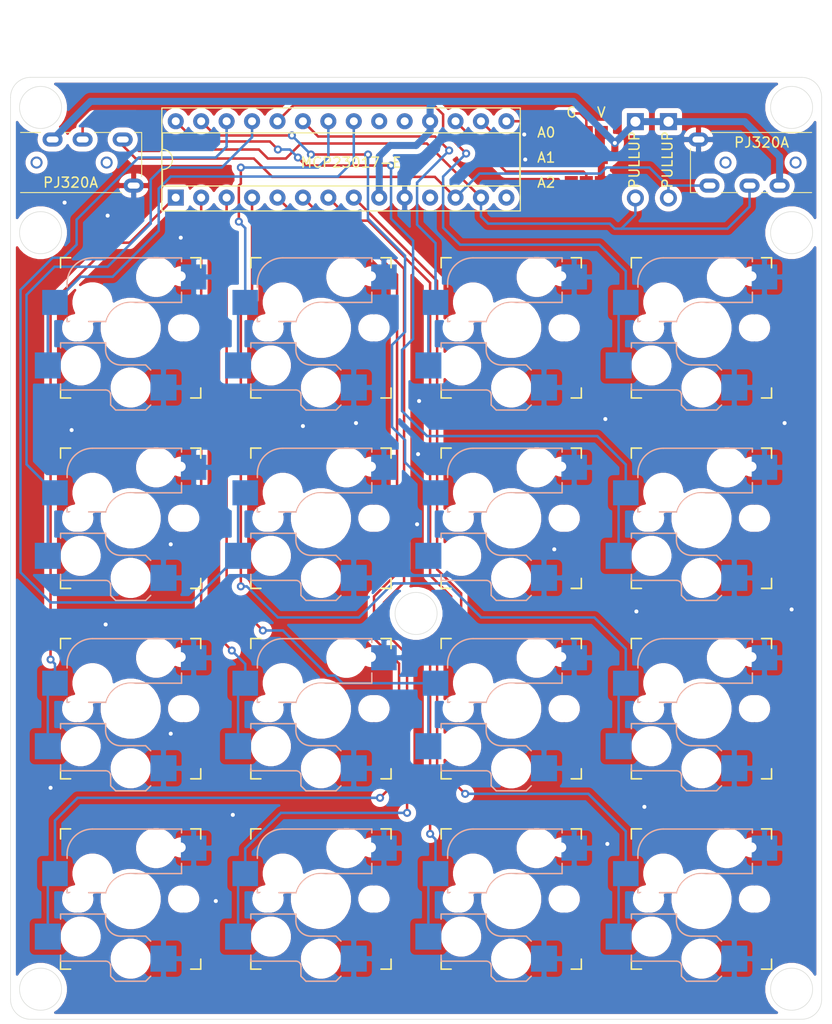
<source format=kicad_pcb>
(kicad_pcb (version 20171130) (host pcbnew "(5.1.6)-1")
  (layers (0 F.Cu signal) (31 B.Cu signal) (34 B.Paste user) (35 F.Paste user) (36 B.SilkS user) (37 F.SilkS user) (38 B.Mask user) (39 F.Mask user) (44 Edge.Cuts user))
  (net 0 "")
  (net 1 VCC)
  (net 2 GND)
  (net 3 KEY1)
  (net 4 KEY2)
  (net 5 KEY3)
  (net 6 KEY4)
  (net 7 KEY5)
  (net 8 KEY6)
  (net 9 SDA)
  (net 10 SCL)
  (net 11 A0)
  (net 12 A1)
  (net 13 A2)
  (net 14 KEY16)
  (net 15 KEY15)
  (net 16 KEY14)
  (net 17 KEY13)
  (net 18 KEY12)
  (net 19 KEY11)
  (net 20 KEY10)
  (net 21 KEY9)
  (net 22 KEY8)
  (net 23 KEY7)
  (module Connector_PinHeader_2.54mm:PinHeader_1x04_P2.54mm_Vertical (layer F.Cu) (at 166.7 43.42)
    (fp_text reference REF** hide)
    (fp_text value PinHeader_1x04_P2.54mm_Vertical)
    (fp_text user PULLUP (at -0.1 3.8 90) (layer F.SilkS))
    (pad 1 thru_hole rect (at 0 0) (size 1.7 1.7) (drill 1) (layers *.Cu *.Mask) (net 1 VCC))
    (pad 2 thru_hole oval (at 0 7.62) (size 1.7 1.7) (drill 1) (layers *.Cu *.Mask) (net 10 SCL))
  )
  (module Connector_PinHeader_2.54mm:PinHeader_1x04_P2.54mm_Vertical (layer F.Cu) (at 163.4 43.42)
    (fp_text reference REF** hide)
    (fp_text value PinHeader_1x04_P2.54mm_Vertical)
    (fp_text user PULLUP (at -0.1 3.8 90) (layer F.SilkS))
    (pad 2 thru_hole oval (at 0 7.62) (size 1.7 1.7) (drill 1) (layers *.Cu *.Mask) (net 9 SDA))
    (pad 1 thru_hole rect (at 0 0) (size 1.7 1.7) (drill 1) (layers *.Cu *.Mask) (net 1 VCC))
  )
  (module SMKJP:CON_PJ320A (layer F.Cu) (at 181 47.5 180)
    (fp_text reference PJ320A (at 5 2) (layer F.SilkS))
    (fp_text value PJ320A)
    (pad "" thru_hole circle (at 8.6 0 180) (size 1.2 1.2) (drill 0.8) (layers *.Cu *.Mask))
    (pad "" thru_hole circle (at 1.6 0 180) (size 1.2 1.2) (drill 0.8) (layers *.Cu *.Mask))
    (pad 4 thru_hole oval (at 11.3 2.3 180) (size 2 1.4) (drill oval 1.2 0.6) (layers *.Cu *.Mask) (net 2 GND))
    (pad 1 thru_hole oval (at 10.2 -2.3 180) (size 2 1.4) (drill oval 1.2 0.6) (layers *.Cu *.Mask) (net 10 SCL))
    (pad 2 thru_hole oval (at 6.2 -2.3 180) (size 2 1.4) (drill oval 1.2 0.6) (layers *.Cu *.Mask) (net 9 SDA))
    (pad 3 thru_hole oval (at 3.2 -2.3 180) (size 2 1.4) (drill oval 1.2 0.6) (layers *.Cu *.Mask) (net 1 VCC))
  )
  (module aaaa:Kailh_socket_V2 (layer F.Cu) (at 170 121)
    (fp_text reference REF** hide)
    (fp_text value Kailh_socket_V2)
    (pad "" np_thru_hole circle (at 5 -5.15) (size 0.9906 0.9906) (drill 0.9906) (layers *.Cu *.Mask))
    (pad 2 smd rect (at -8.275 3.75) (size 2.6 2.6) (layers B.Cu B.Paste B.Mask) (net 14 KEY16))
    (pad "" np_thru_hole circle (at 0 5.95) (size 3 3) (drill 3) (layers *.Cu *.Mask))
    (pad "" np_thru_hole circle (at -5 3.75) (size 3 3) (drill 3) (layers *.Cu *.Mask))
    (pad 1 smd rect (at 3.275 5.95) (size 2.6 2.6) (layers B.Cu B.Paste B.Mask) (net 2 GND))
    (pad "" np_thru_hole circle (at 5.5 0) (size 1.7018 1.7018) (drill 1.7018) (layers *.Cu *.Mask))
    (pad "" np_thru_hole circle (at -5.5 0) (size 1.7018 1.7018) (drill 1.7018) (layers *.Cu *.Mask))
  )
  (module aaaa:Kailh_socket_V2 (layer F.Cu) (at 151 121)
    (fp_text reference REF** hide)
    (fp_text value Kailh_socket_V2)
    (pad "" np_thru_hole circle (at -5.5 0) (size 1.7018 1.7018) (drill 1.7018) (layers *.Cu *.Mask))
    (pad "" np_thru_hole circle (at 5.5 0) (size 1.7018 1.7018) (drill 1.7018) (layers *.Cu *.Mask))
    (pad 1 smd rect (at 3.275 5.95) (size 2.6 2.6) (layers B.Cu B.Paste B.Mask) (net 2 GND))
    (pad "" np_thru_hole circle (at -5 3.75) (size 3 3) (drill 3) (layers *.Cu *.Mask))
    (pad "" np_thru_hole circle (at 0 5.95) (size 3 3) (drill 3) (layers *.Cu *.Mask))
    (pad 2 smd rect (at -8.275 3.75) (size 2.6 2.6) (layers B.Cu B.Paste B.Mask) (net 15 KEY15))
    (pad "" np_thru_hole circle (at 5 -5.15) (size 0.9906 0.9906) (drill 0.9906) (layers *.Cu *.Mask))
  )
  (module aaaa:Kailh_socket_V2 (layer F.Cu) (at 132 121)
    (fp_text reference REF** hide)
    (fp_text value Kailh_socket_V2)
    (pad "" np_thru_hole circle (at 5 -5.15) (size 0.9906 0.9906) (drill 0.9906) (layers *.Cu *.Mask))
    (pad 2 smd rect (at -8.275 3.75) (size 2.6 2.6) (layers B.Cu B.Paste B.Mask) (net 16 KEY14))
    (pad "" np_thru_hole circle (at 0 5.95) (size 3 3) (drill 3) (layers *.Cu *.Mask))
    (pad "" np_thru_hole circle (at -5 3.75) (size 3 3) (drill 3) (layers *.Cu *.Mask))
    (pad 1 smd rect (at 3.275 5.95) (size 2.6 2.6) (layers B.Cu B.Paste B.Mask) (net 2 GND))
    (pad "" np_thru_hole circle (at 5.5 0) (size 1.7018 1.7018) (drill 1.7018) (layers *.Cu *.Mask))
    (pad "" np_thru_hole circle (at -5.5 0) (size 1.7018 1.7018) (drill 1.7018) (layers *.Cu *.Mask))
  )
  (module aaaa:Kailh_socket_V2 (layer F.Cu) (at 113 121)
    (fp_text reference REF** hide)
    (fp_text value Kailh_socket_V2)
    (pad "" np_thru_hole circle (at -5.5 0) (size 1.7018 1.7018) (drill 1.7018) (layers *.Cu *.Mask))
    (pad "" np_thru_hole circle (at 5.5 0) (size 1.7018 1.7018) (drill 1.7018) (layers *.Cu *.Mask))
    (pad 1 smd rect (at 3.275 5.95) (size 2.6 2.6) (layers B.Cu B.Paste B.Mask) (net 2 GND))
    (pad "" np_thru_hole circle (at -5 3.75) (size 3 3) (drill 3) (layers *.Cu *.Mask))
    (pad "" np_thru_hole circle (at 0 5.95) (size 3 3) (drill 3) (layers *.Cu *.Mask))
    (pad 2 smd rect (at -8.275 3.75) (size 2.6 2.6) (layers B.Cu B.Paste B.Mask) (net 17 KEY13))
    (pad "" np_thru_hole circle (at 5 -5.15) (size 0.9906 0.9906) (drill 0.9906) (layers *.Cu *.Mask))
  )
  (module aaaa:Kailh_socket_V2 (layer F.Cu) (at 113 102)
    (fp_text reference REF** hide)
    (fp_text value Kailh_socket_V2)
    (pad "" np_thru_hole circle (at 5 -5.15) (size 0.9906 0.9906) (drill 0.9906) (layers *.Cu *.Mask))
    (pad 2 smd rect (at -8.275 3.75) (size 2.6 2.6) (layers B.Cu B.Paste B.Mask) (net 21 KEY9))
    (pad "" np_thru_hole circle (at 0 5.95) (size 3 3) (drill 3) (layers *.Cu *.Mask))
    (pad "" np_thru_hole circle (at -5 3.75) (size 3 3) (drill 3) (layers *.Cu *.Mask))
    (pad 1 smd rect (at 3.275 5.95) (size 2.6 2.6) (layers B.Cu B.Paste B.Mask) (net 2 GND))
    (pad "" np_thru_hole circle (at 5.5 0) (size 1.7018 1.7018) (drill 1.7018) (layers *.Cu *.Mask))
    (pad "" np_thru_hole circle (at -5.5 0) (size 1.7018 1.7018) (drill 1.7018) (layers *.Cu *.Mask))
  )
  (module aaaa:Kailh_socket_V2 (layer F.Cu) (at 132 102)
    (fp_text reference REF** hide)
    (fp_text value Kailh_socket_V2)
    (pad "" np_thru_hole circle (at -5.5 0) (size 1.7018 1.7018) (drill 1.7018) (layers *.Cu *.Mask))
    (pad "" np_thru_hole circle (at 5.5 0) (size 1.7018 1.7018) (drill 1.7018) (layers *.Cu *.Mask))
    (pad 1 smd rect (at 3.275 5.95) (size 2.6 2.6) (layers B.Cu B.Paste B.Mask) (net 2 GND))
    (pad "" np_thru_hole circle (at -5 3.75) (size 3 3) (drill 3) (layers *.Cu *.Mask))
    (pad "" np_thru_hole circle (at 0 5.95) (size 3 3) (drill 3) (layers *.Cu *.Mask))
    (pad 2 smd rect (at -8.275 3.75) (size 2.6 2.6) (layers B.Cu B.Paste B.Mask) (net 20 KEY10))
    (pad "" np_thru_hole circle (at 5 -5.15) (size 0.9906 0.9906) (drill 0.9906) (layers *.Cu *.Mask))
  )
  (module aaaa:Kailh_socket_V2 (layer F.Cu) (at 151 102)
    (fp_text reference REF** hide)
    (fp_text value Kailh_socket_V2)
    (pad "" np_thru_hole circle (at 5 -5.15) (size 0.9906 0.9906) (drill 0.9906) (layers *.Cu *.Mask))
    (pad 2 smd rect (at -8.275 3.75) (size 2.6 2.6) (layers B.Cu B.Paste B.Mask) (net 19 KEY11))
    (pad "" np_thru_hole circle (at 0 5.95) (size 3 3) (drill 3) (layers *.Cu *.Mask))
    (pad "" np_thru_hole circle (at -5 3.75) (size 3 3) (drill 3) (layers *.Cu *.Mask))
    (pad 1 smd rect (at 3.275 5.95) (size 2.6 2.6) (layers B.Cu B.Paste B.Mask) (net 2 GND))
    (pad "" np_thru_hole circle (at 5.5 0) (size 1.7018 1.7018) (drill 1.7018) (layers *.Cu *.Mask))
    (pad "" np_thru_hole circle (at -5.5 0) (size 1.7018 1.7018) (drill 1.7018) (layers *.Cu *.Mask))
  )
  (module aaaa:Kailh_socket_V2 (layer F.Cu) (at 170 102)
    (fp_text reference REF** hide)
    (fp_text value Kailh_socket_V2)
    (pad "" np_thru_hole circle (at -5.5 0) (size 1.7018 1.7018) (drill 1.7018) (layers *.Cu *.Mask))
    (pad "" np_thru_hole circle (at 5.5 0) (size 1.7018 1.7018) (drill 1.7018) (layers *.Cu *.Mask))
    (pad 1 smd rect (at 3.275 5.95) (size 2.6 2.6) (layers B.Cu B.Paste B.Mask) (net 2 GND))
    (pad "" np_thru_hole circle (at -5 3.75) (size 3 3) (drill 3) (layers *.Cu *.Mask))
    (pad "" np_thru_hole circle (at 0 5.95) (size 3 3) (drill 3) (layers *.Cu *.Mask))
    (pad 2 smd rect (at -8.275 3.75) (size 2.6 2.6) (layers B.Cu B.Paste B.Mask) (net 18 KEY12))
    (pad "" np_thru_hole circle (at 5 -5.15) (size 0.9906 0.9906) (drill 0.9906) (layers *.Cu *.Mask))
  )
  (module aaaa:Kailh_socket_V2 (layer F.Cu) (at 170 83)
    (fp_text reference REF** hide)
    (fp_text value Kailh_socket_V2)
    (pad "" np_thru_hole circle (at 5 -5.15) (size 0.9906 0.9906) (drill 0.9906) (layers *.Cu *.Mask))
    (pad 2 smd rect (at -8.275 3.75) (size 2.6 2.6) (layers B.Cu B.Paste B.Mask) (net 22 KEY8))
    (pad "" np_thru_hole circle (at 0 5.95) (size 3 3) (drill 3) (layers *.Cu *.Mask))
    (pad "" np_thru_hole circle (at -5 3.75) (size 3 3) (drill 3) (layers *.Cu *.Mask))
    (pad 1 smd rect (at 3.275 5.95) (size 2.6 2.6) (layers B.Cu B.Paste B.Mask) (net 2 GND))
    (pad "" np_thru_hole circle (at 5.5 0) (size 1.7018 1.7018) (drill 1.7018) (layers *.Cu *.Mask))
    (pad "" np_thru_hole circle (at -5.5 0) (size 1.7018 1.7018) (drill 1.7018) (layers *.Cu *.Mask))
  )
  (module aaaa:Kailh_socket_V2 (layer F.Cu) (at 151 83)
    (fp_text reference REF** hide)
    (fp_text value Kailh_socket_V2)
    (pad "" np_thru_hole circle (at -5.5 0) (size 1.7018 1.7018) (drill 1.7018) (layers *.Cu *.Mask))
    (pad "" np_thru_hole circle (at 5.5 0) (size 1.7018 1.7018) (drill 1.7018) (layers *.Cu *.Mask))
    (pad 1 smd rect (at 3.275 5.95) (size 2.6 2.6) (layers B.Cu B.Paste B.Mask) (net 2 GND))
    (pad "" np_thru_hole circle (at -5 3.75) (size 3 3) (drill 3) (layers *.Cu *.Mask))
    (pad "" np_thru_hole circle (at 0 5.95) (size 3 3) (drill 3) (layers *.Cu *.Mask))
    (pad 2 smd rect (at -8.275 3.75) (size 2.6 2.6) (layers B.Cu B.Paste B.Mask) (net 23 KEY7))
    (pad "" np_thru_hole circle (at 5 -5.15) (size 0.9906 0.9906) (drill 0.9906) (layers *.Cu *.Mask))
  )
  (module aaaa:Kailh_socket_V2 (layer F.Cu) (at 132 83)
    (fp_text reference REF** hide)
    (fp_text value Kailh_socket_V2)
    (pad "" np_thru_hole circle (at 5 -5.15) (size 0.9906 0.9906) (drill 0.9906) (layers *.Cu *.Mask))
    (pad 2 smd rect (at -8.275 3.75) (size 2.6 2.6) (layers B.Cu B.Paste B.Mask) (net 8 KEY6))
    (pad "" np_thru_hole circle (at 0 5.95) (size 3 3) (drill 3) (layers *.Cu *.Mask))
    (pad "" np_thru_hole circle (at -5 3.75) (size 3 3) (drill 3) (layers *.Cu *.Mask))
    (pad 1 smd rect (at 3.275 5.95) (size 2.6 2.6) (layers B.Cu B.Paste B.Mask) (net 2 GND))
    (pad "" np_thru_hole circle (at 5.5 0) (size 1.7018 1.7018) (drill 1.7018) (layers *.Cu *.Mask))
    (pad "" np_thru_hole circle (at -5.5 0) (size 1.7018 1.7018) (drill 1.7018) (layers *.Cu *.Mask))
  )
  (module aaaa:Kailh_socket_V2 (layer F.Cu) (at 113 83)
    (fp_text reference REF** hide)
    (fp_text value Kailh_socket_V2)
    (pad "" np_thru_hole circle (at -5.5 0) (size 1.7018 1.7018) (drill 1.7018) (layers *.Cu *.Mask))
    (pad "" np_thru_hole circle (at 5.5 0) (size 1.7018 1.7018) (drill 1.7018) (layers *.Cu *.Mask))
    (pad 1 smd rect (at 3.275 5.95) (size 2.6 2.6) (layers B.Cu B.Paste B.Mask) (net 2 GND))
    (pad "" np_thru_hole circle (at -5 3.75) (size 3 3) (drill 3) (layers *.Cu *.Mask))
    (pad "" np_thru_hole circle (at 0 5.95) (size 3 3) (drill 3) (layers *.Cu *.Mask))
    (pad 2 smd rect (at -8.275 3.75) (size 2.6 2.6) (layers B.Cu B.Paste B.Mask) (net 7 KEY5))
    (pad "" np_thru_hole circle (at 5 -5.15) (size 0.9906 0.9906) (drill 0.9906) (layers *.Cu *.Mask))
  )
  (module aaaa:Kailh_socket_MX (layer F.Cu) (at 170 121)
    (fp_text reference J1 hide)
    (fp_text value kailh_hotswap_mx)
    (pad 1 smd rect (at 6.29 -5.08) (size 2.55 2.5) (layers B.Cu B.Paste B.Mask) (net 2 GND))
    (pad "" np_thru_hole circle (at 2.54 -5.08) (size 3 3) (drill 3) (layers *.Cu *.Mask))
    (pad "" np_thru_hole circle (at -3.81 -2.54) (size 3 3) (drill 3) (layers *.Cu *.Mask))
    (pad "" np_thru_hole circle (at 0 0) (size 5 5) (drill 5) (layers *.Cu *.Mask))
    (pad "" np_thru_hole circle (at 5.08 0) (size 1.7018 1.7018) (drill 1.7018) (layers *.Cu *.Mask))
    (pad "" np_thru_hole circle (at -5.08 0) (size 1.7018 1.7018) (drill 1.7018) (layers *.Cu *.Mask))
    (pad 2 smd rect (at -7.56 -2.54) (size 2.55 2.5) (layers B.Cu B.Paste B.Mask) (net 14 KEY16))
  )
  (module aaaa:Kailh_socket_MX (layer F.Cu) (at 170 102)
    (fp_text reference J1 hide)
    (fp_text value kailh_hotswap_mx)
    (pad 2 smd rect (at -7.56 -2.54) (size 2.55 2.5) (layers B.Cu B.Paste B.Mask) (net 18 KEY12))
    (pad "" np_thru_hole circle (at -5.08 0) (size 1.7018 1.7018) (drill 1.7018) (layers *.Cu *.Mask))
    (pad "" np_thru_hole circle (at 5.08 0) (size 1.7018 1.7018) (drill 1.7018) (layers *.Cu *.Mask))
    (pad "" np_thru_hole circle (at 0 0) (size 5 5) (drill 5) (layers *.Cu *.Mask))
    (pad "" np_thru_hole circle (at -3.81 -2.54) (size 3 3) (drill 3) (layers *.Cu *.Mask))
    (pad "" np_thru_hole circle (at 2.54 -5.08) (size 3 3) (drill 3) (layers *.Cu *.Mask))
    (pad 1 smd rect (at 6.29 -5.08) (size 2.55 2.5) (layers B.Cu B.Paste B.Mask) (net 2 GND))
  )
  (module aaaa:Kailh_socket_MX (layer F.Cu) (at 170 83)
    (fp_text reference J1 hide)
    (fp_text value kailh_hotswap_mx)
    (pad 1 smd rect (at 6.29 -5.08) (size 2.55 2.5) (layers B.Cu B.Paste B.Mask) (net 2 GND))
    (pad "" np_thru_hole circle (at 2.54 -5.08) (size 3 3) (drill 3) (layers *.Cu *.Mask))
    (pad "" np_thru_hole circle (at -3.81 -2.54) (size 3 3) (drill 3) (layers *.Cu *.Mask))
    (pad "" np_thru_hole circle (at 0 0) (size 5 5) (drill 5) (layers *.Cu *.Mask))
    (pad "" np_thru_hole circle (at 5.08 0) (size 1.7018 1.7018) (drill 1.7018) (layers *.Cu *.Mask))
    (pad "" np_thru_hole circle (at -5.08 0) (size 1.7018 1.7018) (drill 1.7018) (layers *.Cu *.Mask))
    (pad 2 smd rect (at -7.56 -2.54) (size 2.55 2.5) (layers B.Cu B.Paste B.Mask) (net 22 KEY8))
  )
  (module aaaa:Kailh_socket_MX (layer F.Cu) (at 151 121)
    (fp_text reference J1 hide)
    (fp_text value kailh_hotswap_mx)
    (pad 2 smd rect (at -7.56 -2.54) (size 2.55 2.5) (layers B.Cu B.Paste B.Mask) (net 15 KEY15))
    (pad "" np_thru_hole circle (at -5.08 0) (size 1.7018 1.7018) (drill 1.7018) (layers *.Cu *.Mask))
    (pad "" np_thru_hole circle (at 5.08 0) (size 1.7018 1.7018) (drill 1.7018) (layers *.Cu *.Mask))
    (pad "" np_thru_hole circle (at 0 0) (size 5 5) (drill 5) (layers *.Cu *.Mask))
    (pad "" np_thru_hole circle (at -3.81 -2.54) (size 3 3) (drill 3) (layers *.Cu *.Mask))
    (pad "" np_thru_hole circle (at 2.54 -5.08) (size 3 3) (drill 3) (layers *.Cu *.Mask))
    (pad 1 smd rect (at 6.29 -5.08) (size 2.55 2.5) (layers B.Cu B.Paste B.Mask) (net 2 GND))
  )
  (module aaaa:Kailh_socket_MX (layer F.Cu) (at 151 102)
    (fp_text reference J1 hide)
    (fp_text value kailh_hotswap_mx)
    (pad 1 smd rect (at 6.29 -5.08) (size 2.55 2.5) (layers B.Cu B.Paste B.Mask) (net 2 GND))
    (pad "" np_thru_hole circle (at 2.54 -5.08) (size 3 3) (drill 3) (layers *.Cu *.Mask))
    (pad "" np_thru_hole circle (at -3.81 -2.54) (size 3 3) (drill 3) (layers *.Cu *.Mask))
    (pad "" np_thru_hole circle (at 0 0) (size 5 5) (drill 5) (layers *.Cu *.Mask))
    (pad "" np_thru_hole circle (at 5.08 0) (size 1.7018 1.7018) (drill 1.7018) (layers *.Cu *.Mask))
    (pad "" np_thru_hole circle (at -5.08 0) (size 1.7018 1.7018) (drill 1.7018) (layers *.Cu *.Mask))
    (pad 2 smd rect (at -7.56 -2.54) (size 2.55 2.5) (layers B.Cu B.Paste B.Mask) (net 19 KEY11))
  )
  (module aaaa:Kailh_socket_MX (layer F.Cu) (at 151 83)
    (fp_text reference J1 hide)
    (fp_text value kailh_hotswap_mx)
    (pad 2 smd rect (at -7.56 -2.54) (size 2.55 2.5) (layers B.Cu B.Paste B.Mask) (net 23 KEY7))
    (pad "" np_thru_hole circle (at -5.08 0) (size 1.7018 1.7018) (drill 1.7018) (layers *.Cu *.Mask))
    (pad "" np_thru_hole circle (at 5.08 0) (size 1.7018 1.7018) (drill 1.7018) (layers *.Cu *.Mask))
    (pad "" np_thru_hole circle (at 0 0) (size 5 5) (drill 5) (layers *.Cu *.Mask))
    (pad "" np_thru_hole circle (at -3.81 -2.54) (size 3 3) (drill 3) (layers *.Cu *.Mask))
    (pad "" np_thru_hole circle (at 2.54 -5.08) (size 3 3) (drill 3) (layers *.Cu *.Mask))
    (pad 1 smd rect (at 6.29 -5.08) (size 2.55 2.5) (layers B.Cu B.Paste B.Mask) (net 2 GND))
  )
  (module aaaa:Kailh_socket_MX (layer F.Cu) (at 113 121)
    (fp_text reference J1 hide)
    (fp_text value kailh_hotswap_mx)
    (pad 1 smd rect (at 6.29 -5.08) (size 2.55 2.5) (layers B.Cu B.Paste B.Mask) (net 2 GND))
    (pad "" np_thru_hole circle (at 2.54 -5.08) (size 3 3) (drill 3) (layers *.Cu *.Mask))
    (pad "" np_thru_hole circle (at -3.81 -2.54) (size 3 3) (drill 3) (layers *.Cu *.Mask))
    (pad "" np_thru_hole circle (at 0 0) (size 5 5) (drill 5) (layers *.Cu *.Mask))
    (pad "" np_thru_hole circle (at 5.08 0) (size 1.7018 1.7018) (drill 1.7018) (layers *.Cu *.Mask))
    (pad "" np_thru_hole circle (at -5.08 0) (size 1.7018 1.7018) (drill 1.7018) (layers *.Cu *.Mask))
    (pad 2 smd rect (at -7.56 -2.54) (size 2.55 2.5) (layers B.Cu B.Paste B.Mask) (net 17 KEY13))
  )
  (module aaaa:Kailh_socket_MX (layer F.Cu) (at 113 102)
    (fp_text reference J1 hide)
    (fp_text value kailh_hotswap_mx)
    (pad 2 smd rect (at -7.56 -2.54) (size 2.55 2.5) (layers B.Cu B.Paste B.Mask) (net 21 KEY9))
    (pad "" np_thru_hole circle (at -5.08 0) (size 1.7018 1.7018) (drill 1.7018) (layers *.Cu *.Mask))
    (pad "" np_thru_hole circle (at 5.08 0) (size 1.7018 1.7018) (drill 1.7018) (layers *.Cu *.Mask))
    (pad "" np_thru_hole circle (at 0 0) (size 5 5) (drill 5) (layers *.Cu *.Mask))
    (pad "" np_thru_hole circle (at -3.81 -2.54) (size 3 3) (drill 3) (layers *.Cu *.Mask))
    (pad "" np_thru_hole circle (at 2.54 -5.08) (size 3 3) (drill 3) (layers *.Cu *.Mask))
    (pad 1 smd rect (at 6.29 -5.08) (size 2.55 2.5) (layers B.Cu B.Paste B.Mask) (net 2 GND))
  )
  (module aaaa:Kailh_socket_MX (layer F.Cu) (at 113 83)
    (fp_text reference J1 hide)
    (fp_text value kailh_hotswap_mx)
    (pad 1 smd rect (at 6.29 -5.08) (size 2.55 2.5) (layers B.Cu B.Paste B.Mask) (net 2 GND))
    (pad "" np_thru_hole circle (at 2.54 -5.08) (size 3 3) (drill 3) (layers *.Cu *.Mask))
    (pad "" np_thru_hole circle (at -3.81 -2.54) (size 3 3) (drill 3) (layers *.Cu *.Mask))
    (pad "" np_thru_hole circle (at 0 0) (size 5 5) (drill 5) (layers *.Cu *.Mask))
    (pad "" np_thru_hole circle (at 5.08 0) (size 1.7018 1.7018) (drill 1.7018) (layers *.Cu *.Mask))
    (pad "" np_thru_hole circle (at -5.08 0) (size 1.7018 1.7018) (drill 1.7018) (layers *.Cu *.Mask))
    (pad 2 smd rect (at -7.56 -2.54) (size 2.55 2.5) (layers B.Cu B.Paste B.Mask) (net 7 KEY5))
  )
  (module aaaa:Kailh_socket_MX (layer F.Cu) (at 132 121)
    (fp_text reference J1 hide)
    (fp_text value kailh_hotswap_mx)
    (pad 2 smd rect (at -7.56 -2.54) (size 2.55 2.5) (layers B.Cu B.Paste B.Mask) (net 16 KEY14))
    (pad "" np_thru_hole circle (at -5.08 0) (size 1.7018 1.7018) (drill 1.7018) (layers *.Cu *.Mask))
    (pad "" np_thru_hole circle (at 5.08 0) (size 1.7018 1.7018) (drill 1.7018) (layers *.Cu *.Mask))
    (pad "" np_thru_hole circle (at 0 0) (size 5 5) (drill 5) (layers *.Cu *.Mask))
    (pad "" np_thru_hole circle (at -3.81 -2.54) (size 3 3) (drill 3) (layers *.Cu *.Mask))
    (pad "" np_thru_hole circle (at 2.54 -5.08) (size 3 3) (drill 3) (layers *.Cu *.Mask))
    (pad 1 smd rect (at 6.29 -5.08) (size 2.55 2.5) (layers B.Cu B.Paste B.Mask) (net 2 GND))
  )
  (module aaaa:Kailh_socket_MX (layer F.Cu) (at 132 102)
    (fp_text reference J1 hide)
    (fp_text value kailh_hotswap_mx)
    (pad 1 smd rect (at 6.29 -5.08) (size 2.55 2.5) (layers B.Cu B.Paste B.Mask) (net 2 GND))
    (pad "" np_thru_hole circle (at 2.54 -5.08) (size 3 3) (drill 3) (layers *.Cu *.Mask))
    (pad "" np_thru_hole circle (at -3.81 -2.54) (size 3 3) (drill 3) (layers *.Cu *.Mask))
    (pad "" np_thru_hole circle (at 0 0) (size 5 5) (drill 5) (layers *.Cu *.Mask))
    (pad "" np_thru_hole circle (at 5.08 0) (size 1.7018 1.7018) (drill 1.7018) (layers *.Cu *.Mask))
    (pad "" np_thru_hole circle (at -5.08 0) (size 1.7018 1.7018) (drill 1.7018) (layers *.Cu *.Mask))
    (pad 2 smd rect (at -7.56 -2.54) (size 2.55 2.5) (layers B.Cu B.Paste B.Mask) (net 20 KEY10))
  )
  (module aaaa:Kailh_socket_MX (layer F.Cu) (at 132 83)
    (fp_text reference J1 hide)
    (fp_text value kailh_hotswap_mx)
    (pad 2 smd rect (at -7.56 -2.54) (size 2.55 2.5) (layers B.Cu B.Paste B.Mask) (net 8 KEY6))
    (pad "" np_thru_hole circle (at -5.08 0) (size 1.7018 1.7018) (drill 1.7018) (layers *.Cu *.Mask))
    (pad "" np_thru_hole circle (at 5.08 0) (size 1.7018 1.7018) (drill 1.7018) (layers *.Cu *.Mask))
    (pad "" np_thru_hole circle (at 0 0) (size 5 5) (drill 5) (layers *.Cu *.Mask))
    (pad "" np_thru_hole circle (at -3.81 -2.54) (size 3 3) (drill 3) (layers *.Cu *.Mask))
    (pad "" np_thru_hole circle (at 2.54 -5.08) (size 3 3) (drill 3) (layers *.Cu *.Mask))
    (pad 1 smd rect (at 6.29 -5.08) (size 2.55 2.5) (layers B.Cu B.Paste B.Mask) (net 2 GND))
  )
  (module aaaa:Kailh_socket_V2 (layer F.Cu) (at 170 64)
    (fp_text reference REF** hide)
    (fp_text value Kailh_socket_V2)
    (pad "" np_thru_hole circle (at -5.5 0) (size 1.7018 1.7018) (drill 1.7018) (layers *.Cu *.Mask))
    (pad "" np_thru_hole circle (at 5.5 0) (size 1.7018 1.7018) (drill 1.7018) (layers *.Cu *.Mask))
    (pad 1 smd rect (at 3.275 5.95) (size 2.6 2.6) (layers B.Cu B.Paste B.Mask) (net 2 GND))
    (pad "" np_thru_hole circle (at -5 3.75) (size 3 3) (drill 3) (layers *.Cu *.Mask))
    (pad "" np_thru_hole circle (at 0 5.95) (size 3 3) (drill 3) (layers *.Cu *.Mask))
    (pad 2 smd rect (at -8.275 3.75) (size 2.6 2.6) (layers B.Cu B.Paste B.Mask) (net 6 KEY4))
    (pad "" np_thru_hole circle (at 5 -5.15) (size 0.9906 0.9906) (drill 0.9906) (layers *.Cu *.Mask))
  )
  (module aaaa:Kailh_socket_V2 (layer F.Cu) (at 151 64)
    (fp_text reference REF** hide)
    (fp_text value Kailh_socket_V2)
    (pad "" np_thru_hole circle (at 5 -5.15) (size 0.9906 0.9906) (drill 0.9906) (layers *.Cu *.Mask))
    (pad 2 smd rect (at -8.275 3.75) (size 2.6 2.6) (layers B.Cu B.Paste B.Mask) (net 5 KEY3))
    (pad "" np_thru_hole circle (at 0 5.95) (size 3 3) (drill 3) (layers *.Cu *.Mask))
    (pad "" np_thru_hole circle (at -5 3.75) (size 3 3) (drill 3) (layers *.Cu *.Mask))
    (pad 1 smd rect (at 3.275 5.95) (size 2.6 2.6) (layers B.Cu B.Paste B.Mask) (net 2 GND))
    (pad "" np_thru_hole circle (at 5.5 0) (size 1.7018 1.7018) (drill 1.7018) (layers *.Cu *.Mask))
    (pad "" np_thru_hole circle (at -5.5 0) (size 1.7018 1.7018) (drill 1.7018) (layers *.Cu *.Mask))
  )
  (module aaaa:Kailh_socket_V2 (layer F.Cu) (at 132 64)
    (fp_text reference REF** hide)
    (fp_text value Kailh_socket_V2)
    (pad "" np_thru_hole circle (at -5.5 0) (size 1.7018 1.7018) (drill 1.7018) (layers *.Cu *.Mask))
    (pad "" np_thru_hole circle (at 5.5 0) (size 1.7018 1.7018) (drill 1.7018) (layers *.Cu *.Mask))
    (pad 1 smd rect (at 3.275 5.95) (size 2.6 2.6) (layers B.Cu B.Paste B.Mask) (net 2 GND))
    (pad "" np_thru_hole circle (at -5 3.75) (size 3 3) (drill 3) (layers *.Cu *.Mask))
    (pad "" np_thru_hole circle (at 0 5.95) (size 3 3) (drill 3) (layers *.Cu *.Mask))
    (pad 2 smd rect (at -8.275 3.75) (size 2.6 2.6) (layers B.Cu B.Paste B.Mask) (net 4 KEY2))
    (pad "" np_thru_hole circle (at 5 -5.15) (size 0.9906 0.9906) (drill 0.9906) (layers *.Cu *.Mask))
  )
  (module aaaa:Kailh_socket_MX (layer F.Cu) (at 170 64)
    (fp_text reference J1 hide)
    (fp_text value kailh_hotswap_mx)
    (pad 2 smd rect (at -7.56 -2.54) (size 2.55 2.5) (layers B.Cu B.Paste B.Mask) (net 6 KEY4))
    (pad "" np_thru_hole circle (at -5.08 0) (size 1.7018 1.7018) (drill 1.7018) (layers *.Cu *.Mask))
    (pad "" np_thru_hole circle (at 5.08 0) (size 1.7018 1.7018) (drill 1.7018) (layers *.Cu *.Mask))
    (pad "" np_thru_hole circle (at 0 0) (size 5 5) (drill 5) (layers *.Cu *.Mask))
    (pad "" np_thru_hole circle (at -3.81 -2.54) (size 3 3) (drill 3) (layers *.Cu *.Mask))
    (pad "" np_thru_hole circle (at 2.54 -5.08) (size 3 3) (drill 3) (layers *.Cu *.Mask))
    (pad 1 smd rect (at 6.29 -5.08) (size 2.55 2.5) (layers B.Cu B.Paste B.Mask) (net 2 GND))
  )
  (module aaaa:Kailh_socket_MX (layer F.Cu) (at 151 64)
    (fp_text reference J1 hide)
    (fp_text value kailh_hotswap_mx)
    (pad 1 smd rect (at 6.29 -5.08) (size 2.55 2.5) (layers B.Cu B.Paste B.Mask) (net 2 GND))
    (pad "" np_thru_hole circle (at 2.54 -5.08) (size 3 3) (drill 3) (layers *.Cu *.Mask))
    (pad "" np_thru_hole circle (at -3.81 -2.54) (size 3 3) (drill 3) (layers *.Cu *.Mask))
    (pad "" np_thru_hole circle (at 0 0) (size 5 5) (drill 5) (layers *.Cu *.Mask))
    (pad "" np_thru_hole circle (at 5.08 0) (size 1.7018 1.7018) (drill 1.7018) (layers *.Cu *.Mask))
    (pad "" np_thru_hole circle (at -5.08 0) (size 1.7018 1.7018) (drill 1.7018) (layers *.Cu *.Mask))
    (pad 2 smd rect (at -7.56 -2.54) (size 2.55 2.5) (layers B.Cu B.Paste B.Mask) (net 5 KEY3))
  )
  (module aaaa:Kailh_socket_MX (layer F.Cu) (at 132 64)
    (fp_text reference J1 hide)
    (fp_text value kailh_hotswap_mx)
    (pad 2 smd rect (at -7.56 -2.54) (size 2.55 2.5) (layers B.Cu B.Paste B.Mask) (net 4 KEY2))
    (pad "" np_thru_hole circle (at -5.08 0) (size 1.7018 1.7018) (drill 1.7018) (layers *.Cu *.Mask))
    (pad "" np_thru_hole circle (at 5.08 0) (size 1.7018 1.7018) (drill 1.7018) (layers *.Cu *.Mask))
    (pad "" np_thru_hole circle (at 0 0) (size 5 5) (drill 5) (layers *.Cu *.Mask))
    (pad "" np_thru_hole circle (at -3.81 -2.54) (size 3 3) (drill 3) (layers *.Cu *.Mask))
    (pad "" np_thru_hole circle (at 2.54 -5.08) (size 3 3) (drill 3) (layers *.Cu *.Mask))
    (pad 1 smd rect (at 6.29 -5.08) (size 2.55 2.5) (layers B.Cu B.Paste B.Mask) (net 2 GND))
  )
  (module aaaa:Kailh_socket_V2 (layer F.Cu) (at 113 64)
    (fp_text reference REF** hide)
    (fp_text value Kailh_socket_V2)
    (pad "" np_thru_hole circle (at 5 -5.15) (size 0.9906 0.9906) (drill 0.9906) (layers *.Cu *.Mask))
    (pad 2 smd rect (at -8.275 3.75) (size 2.6 2.6) (layers B.Cu B.Paste B.Mask) (net 3 KEY1))
    (pad "" np_thru_hole circle (at 0 5.95) (size 3 3) (drill 3) (layers *.Cu *.Mask))
    (pad "" np_thru_hole circle (at -5 3.75) (size 3 3) (drill 3) (layers *.Cu *.Mask))
    (pad 1 smd rect (at 3.275 5.95) (size 2.6 2.6) (layers B.Cu B.Paste B.Mask) (net 2 GND))
    (pad "" np_thru_hole circle (at 5.5 0) (size 1.7018 1.7018) (drill 1.7018) (layers *.Cu *.Mask))
    (pad "" np_thru_hole circle (at -5.5 0) (size 1.7018 1.7018) (drill 1.7018) (layers *.Cu *.Mask))
  )
  (module Connector_PinHeader_2.54mm:PinHeader_1x04_P2.54mm_Vertical (layer F.Cu) (at 157 44.5 90)
    (fp_text reference REF** hide)
    (fp_text value PinHeader_1x04_P2.54mm_Vertical)
    (pad 1 smd rect (at 0 0 90) (size 1.3 1.3) (layers F.Cu F.Paste F.Mask) (net 2 GND))
    (pad 2 smd rect (at 0 1.5 90) (size 1.3 1.3) (layers F.Cu F.Paste F.Mask) (net 11 A0))
    (pad 3 smd rect (at 0 3 90) (size 1.3 1.3) (layers F.Cu F.Paste F.Mask) (net 1 VCC))
  )
  (module Connector_PinHeader_2.54mm:PinHeader_1x04_P2.54mm_Vertical (layer F.Cu) (at 157 47 90)
    (fp_text reference REF** hide)
    (fp_text value PinHeader_1x04_P2.54mm_Vertical)
    (pad 3 smd rect (at 0 3 90) (size 1.3 1.3) (layers F.Cu F.Paste F.Mask) (net 1 VCC))
    (pad 2 smd rect (at 0 1.5 90) (size 1.3 1.3) (layers F.Cu F.Paste F.Mask) (net 12 A1))
    (pad 1 smd rect (at 0 0 90) (size 1.3 1.3) (layers F.Cu F.Paste F.Mask) (net 2 GND))
  )
  (module Connector_PinHeader_2.54mm:PinHeader_1x04_P2.54mm_Vertical (layer F.Cu) (at 157 49.5 90)
    (fp_text reference REF** hide)
    (fp_text value PinHeader_1x04_P2.54mm_Vertical)
    (pad 1 smd rect (at 0 0 90) (size 1.3 1.3) (layers F.Cu F.Paste F.Mask) (net 2 GND))
    (pad 2 smd rect (at 0 1.5 90) (size 1.3 1.3) (layers F.Cu F.Paste F.Mask) (net 13 A2))
    (pad 3 smd rect (at 0 3 90) (size 1.3 1.3) (layers F.Cu F.Paste F.Mask) (net 1 VCC))
  )
  (module SMKJP:CON_PJ320A (layer F.Cu) (at 102 47.5)
    (fp_text reference PJ320A (at 5 2) (layer F.SilkS))
    (fp_text value PJ320A)
    (pad 3 thru_hole oval (at 3.2 -2.3) (size 2 1.4) (drill oval 1.2 0.6) (layers *.Cu *.Mask) (net 1 VCC))
    (pad 2 thru_hole oval (at 6.2 -2.3) (size 2 1.4) (drill oval 1.2 0.6) (layers *.Cu *.Mask) (net 9 SDA))
    (pad 1 thru_hole oval (at 10.2 -2.3) (size 2 1.4) (drill oval 1.2 0.6) (layers *.Cu *.Mask) (net 10 SCL))
    (pad 4 thru_hole oval (at 11.3 2.3) (size 2 1.4) (drill oval 1.2 0.6) (layers *.Cu *.Mask) (net 2 GND))
    (pad "" thru_hole circle (at 1.6 0) (size 1.2 1.2) (drill 0.8) (layers *.Cu *.Mask))
    (pad "" thru_hole circle (at 8.6 0) (size 1.2 1.2) (drill 0.8) (layers *.Cu *.Mask))
  )
  (module Package_DIP:DIP-28_W7.62mm_Socket (layer F.Cu) (at 117.5 51 90)
    (fp_text reference MCP23017-E (at 3.5 17.5 180) (layer F.SilkS))
    (fp_text value DIP-28_W7.62mm_Socket)
    (pad 28 thru_hole oval (at 7.62 0 90) (size 1.6 1.6) (drill 0.8) (layers *.Cu *.Mask) (net 22 KEY8))
    (pad 14 thru_hole oval (at 0 33.02 90) (size 1.6 1.6) (drill 0.8) (layers *.Cu *.Mask))
    (pad 27 thru_hole oval (at 7.62 2.54 90) (size 1.6 1.6) (drill 0.8) (layers *.Cu *.Mask) (net 23 KEY7))
    (pad 13 thru_hole oval (at 0 30.48 90) (size 1.6 1.6) (drill 0.8) (layers *.Cu *.Mask) (net 9 SDA))
    (pad 26 thru_hole oval (at 7.62 5.08 90) (size 1.6 1.6) (drill 0.8) (layers *.Cu *.Mask) (net 8 KEY6))
    (pad 12 thru_hole oval (at 0 27.94 90) (size 1.6 1.6) (drill 0.8) (layers *.Cu *.Mask) (net 10 SCL))
    (pad 25 thru_hole oval (at 7.62 7.62 90) (size 1.6 1.6) (drill 0.8) (layers *.Cu *.Mask) (net 7 KEY5))
    (pad 11 thru_hole oval (at 0 25.4 90) (size 1.6 1.6) (drill 0.8) (layers *.Cu *.Mask))
    (pad 24 thru_hole oval (at 7.62 10.16 90) (size 1.6 1.6) (drill 0.8) (layers *.Cu *.Mask) (net 6 KEY4))
    (pad 10 thru_hole oval (at 0 22.86 90) (size 1.6 1.6) (drill 0.8) (layers *.Cu *.Mask) (net 2 GND))
    (pad 23 thru_hole oval (at 7.62 12.7 90) (size 1.6 1.6) (drill 0.8) (layers *.Cu *.Mask) (net 5 KEY3))
    (pad 9 thru_hole oval (at 0 20.32 90) (size 1.6 1.6) (drill 0.8) (layers *.Cu *.Mask) (net 1 VCC))
    (pad 22 thru_hole oval (at 7.62 15.24 90) (size 1.6 1.6) (drill 0.8) (layers *.Cu *.Mask) (net 4 KEY2))
    (pad 8 thru_hole oval (at 0 17.78 90) (size 1.6 1.6) (drill 0.8) (layers *.Cu *.Mask) (net 14 KEY16))
    (pad 21 thru_hole oval (at 7.62 17.78 90) (size 1.6 1.6) (drill 0.8) (layers *.Cu *.Mask) (net 3 KEY1))
    (pad 7 thru_hole oval (at 0 15.24 90) (size 1.6 1.6) (drill 0.8) (layers *.Cu *.Mask) (net 15 KEY15))
    (pad 20 thru_hole oval (at 7.62 20.32 90) (size 1.6 1.6) (drill 0.8) (layers *.Cu *.Mask))
    (pad 6 thru_hole oval (at 0 12.7 90) (size 1.6 1.6) (drill 0.8) (layers *.Cu *.Mask) (net 16 KEY14))
    (pad 19 thru_hole oval (at 7.62 22.86 90) (size 1.6 1.6) (drill 0.8) (layers *.Cu *.Mask))
    (pad 5 thru_hole oval (at 0 10.16 90) (size 1.6 1.6) (drill 0.8) (layers *.Cu *.Mask) (net 17 KEY13))
    (pad 18 thru_hole oval (at 7.62 25.4 90) (size 1.6 1.6) (drill 0.8) (layers *.Cu *.Mask) (net 1 VCC))
    (pad 4 thru_hole oval (at 0 7.62 90) (size 1.6 1.6) (drill 0.8) (layers *.Cu *.Mask) (net 18 KEY12))
    (pad 17 thru_hole oval (at 7.62 27.94 90) (size 1.6 1.6) (drill 0.8) (layers *.Cu *.Mask) (net 13 A2))
    (pad 3 thru_hole oval (at 0 5.08 90) (size 1.6 1.6) (drill 0.8) (layers *.Cu *.Mask) (net 19 KEY11))
    (pad 16 thru_hole oval (at 7.62 30.48 90) (size 1.6 1.6) (drill 0.8) (layers *.Cu *.Mask) (net 12 A1))
    (pad 2 thru_hole oval (at 0 2.54 90) (size 1.6 1.6) (drill 0.8) (layers *.Cu *.Mask) (net 20 KEY10))
    (pad 15 thru_hole oval (at 7.62 33.02 90) (size 1.6 1.6) (drill 0.8) (layers *.Cu *.Mask) (net 11 A0))
    (pad 1 thru_hole rect (at 0 0 90) (size 1.6 1.6) (drill 0.8) (layers *.Cu *.Mask) (net 21 KEY9))
  )
  (module aaaa:Kailh_socket_MX (layer F.Cu) (at 113 64)
    (fp_text reference J1 hide)
    (fp_text value kailh_hotswap_mx)
    (pad 1 smd rect (at 6.29 -5.08) (size 2.55 2.5) (layers B.Cu B.Paste B.Mask) (net 2 GND))
    (pad "" np_thru_hole circle (at 2.54 -5.08) (size 3 3) (drill 3) (layers *.Cu *.Mask))
    (pad "" np_thru_hole circle (at -3.81 -2.54) (size 3 3) (drill 3) (layers *.Cu *.Mask))
    (pad "" np_thru_hole circle (at 0 0) (size 5 5) (drill 5) (layers *.Cu *.Mask))
    (pad "" np_thru_hole circle (at 5.08 0) (size 1.7018 1.7018) (drill 1.7018) (layers *.Cu *.Mask))
    (pad "" np_thru_hole circle (at -5.08 0) (size 1.7018 1.7018) (drill 1.7018) (layers *.Cu *.Mask))
    (pad 2 smd rect (at -7.56 -2.54) (size 2.55 2.5) (layers B.Cu B.Paste B.Mask) (net 3 KEY1))
  )
  (gr_text V (at 160 42.5) (layer F.SilkS) (effects (font (size 1 1))))
  (gr_text G (at 157 42.5) (layer F.SilkS) (effects (font (size 1 1))))
  (gr_text A2 (at 154.5 49.5) (layer F.SilkS) (effects (font (size 1 1))))
  (gr_text A1 (at 154.5 47) (layer F.SilkS) (effects (font (size 1 1))))
  (gr_text A0 (at 154.5 44.5) (layer F.SilkS) (effects (font (size 1 1))))
  (gr_arc (start 180 41) (end 182 41) (angle -90) (layer Edge.Cuts) (width 0.05))
  (gr_arc (start 180 131) (end 180 133) (angle -90) (layer Edge.Cuts) (width 0.05))
  (gr_arc (start 103 131) (end 101 131) (angle -90) (layer Edge.Cuts) (width 0.05))
  (gr_arc (start 103 41) (end 103 39) (angle -90) (layer Edge.Cuts) (width 0.05))
  (gr_circle (center 141.5 92.5) (end 143.6 92.5) (layer Edge.Cuts) (width 0.05))
  (gr_circle (center 179 130) (end 181.1 130) (layer Edge.Cuts) (width 0.05))
  (gr_circle (center 104 130) (end 106.1 130) (layer Edge.Cuts) (width 0.05))
  (gr_circle (center 179 54.5) (end 181.1 54.5) (layer Edge.Cuts) (width 0.05))
  (gr_circle (center 179 42) (end 181.1 42) (layer Edge.Cuts) (width 0.05))
  (gr_circle (center 104 54.5) (end 106.1 54.5) (layer Edge.Cuts) (width 0.05))
  (gr_circle (center 104 42) (end 106.1 42) (layer Edge.Cuts) (width 0.05))
  (gr_line (start 103 39) (end 180 39) (layer Edge.Cuts) (width 0.05))
  (gr_line (start 182 131) (end 182 41) (layer Edge.Cuts) (width 0.05))
  (gr_line (start 103 133) (end 180 133) (layer Edge.Cuts) (width 0.05))
  (gr_line (start 101 41) (end 101 131) (layer Edge.Cuts) (width 0.05))
  (segment (start 142.9 43.38) (end 142.9 41.9) (width 0.7) (layer B.Cu) (net 1))
  (segment (start 142.9 41.9) (end 143.4 41.4) (width 0.7) (layer B.Cu) (net 1))
  (segment (start 143.4 41.4) (end 157.2 41.4) (width 0.7) (layer B.Cu) (net 1))
  (segment (start 157.2 41.4) (end 161.35 45.55) (width 0.7) (layer B.Cu) (net 1))
  (segment (start 160 49.5) (end 160 44.5) (width 0.7) (layer F.Cu) (net 1))
  (via (at 161.35 45.55) (size 0.8) (drill 0.4) (layers F.Cu B.Cu) (net 1))
  (segment (start 161.35 45.55) (end 161.35 46.45) (width 0.7) (layer F.Cu) (net 1))
  (segment (start 160.8 47) (end 160 47) (width 0.7) (layer F.Cu) (net 1))
  (segment (start 161.35 46.45) (end 160.8 47) (width 0.7) (layer F.Cu) (net 1))
  (segment (start 137.82 51) (end 137.82 46.88) (width 0.7) (layer B.Cu) (net 1))
  (segment (start 137.82 46.88) (end 138.9 45.8) (width 0.7) (layer B.Cu) (net 1))
  (segment (start 138.9 45.8) (end 141.5 45.8) (width 0.7) (layer B.Cu) (net 1))
  (segment (start 142.9 44.4) (end 142.9 43.38) (width 0.7) (layer B.Cu) (net 1))
  (segment (start 141.5 45.8) (end 142.9 44.4) (width 0.7) (layer B.Cu) (net 1))
  (segment (start 166.7 43.42) (end 163.4 43.42) (width 0.7) (layer B.Cu) (net 1))
  (segment (start 163.4 43.5) (end 161.35 45.55) (width 0.7) (layer B.Cu) (net 1))
  (segment (start 163.4 43.42) (end 163.4 43.5) (width 0.7) (layer B.Cu) (net 1))
  (segment (start 166.7 43.42) (end 174.32 43.42) (width 0.7) (layer B.Cu) (net 1))
  (segment (start 177.8 46.9) (end 177.8 49.8) (width 0.7) (layer B.Cu) (net 1))
  (segment (start 174.32 43.42) (end 177.8 46.9) (width 0.7) (layer B.Cu) (net 1))
  (segment (start 109.9 41.4) (end 143.4 41.4) (width 0.7) (layer B.Cu) (net 1))
  (segment (start 109 41.4) (end 109.9 41.4) (width 0.7) (layer B.Cu) (net 1))
  (segment (start 105.2 45.2) (end 109 41.4) (width 0.7) (layer B.Cu) (net 1))
  (via (at 152.3 44.7) (size 0.8) (drill 0.4) (layers F.Cu B.Cu) (net 2))
  (via (at 152.4 47.2) (size 0.8) (drill 0.4) (layers F.Cu B.Cu) (net 2))
  (via (at 106.4 51.5) (size 0.8) (drill 0.4) (layers F.Cu B.Cu) (net 2))
  (via (at 110.7 52.8) (size 0.8) (drill 0.4) (layers F.Cu B.Cu) (net 2))
  (via (at 118 55) (size 0.8) (drill 0.4) (layers F.Cu B.Cu) (net 2))
  (via (at 107.1 74.2) (size 0.8) (drill 0.4) (layers F.Cu B.Cu) (net 2))
  (via (at 160.4 73.1) (size 0.8) (drill 0.4) (layers F.Cu B.Cu) (net 2))
  (via (at 178.3 73.5) (size 0.8) (drill 0.4) (layers F.Cu B.Cu) (net 2))
  (via (at 179 92.1) (size 0.8) (drill 0.4) (layers F.Cu B.Cu) (net 2))
  (via (at 163.5 92.3) (size 0.8) (drill 0.4) (layers F.Cu B.Cu) (net 2))
  (via (at 164.3 111.8) (size 0.8) (drill 0.4) (layers F.Cu B.Cu) (net 2))
  (via (at 160.6 115.5) (size 0.8) (drill 0.4) (layers F.Cu B.Cu) (net 2))
  (via (at 123.2 112.6) (size 0.8) (drill 0.4) (layers F.Cu B.Cu) (net 2))
  (via (at 121.5 121.2) (size 0.8) (drill 0.4) (layers F.Cu B.Cu) (net 2))
  (via (at 117 104.5) (size 0.8) (drill 0.4) (layers F.Cu B.Cu) (net 2))
  (via (at 105 109.9) (size 0.8) (drill 0.4) (layers F.Cu B.Cu) (net 2))
  (via (at 110.5 93.6) (size 0.8) (drill 0.4) (layers F.Cu B.Cu) (net 2))
  (via (at 117 85.6) (size 0.8) (drill 0.4) (layers F.Cu B.Cu) (net 2))
  (via (at 130.2 73.8) (size 0.8) (drill 0.4) (layers F.Cu B.Cu) (net 2))
  (via (at 135.5 73.5) (size 0.8) (drill 0.4) (layers F.Cu B.Cu) (net 2))
  (via (at 155.3 86.1) (size 0.8) (drill 0.4) (layers F.Cu B.Cu) (net 2))
  (via (at 141.8 71.3) (size 0.8) (drill 0.4) (layers F.Cu B.Cu) (net 2))
  (via (at 141.7 76.6) (size 0.8) (drill 0.4) (layers F.Cu B.Cu) (net 2))
  (via (at 141.6 83.6) (size 0.8) (drill 0.4) (layers F.Cu B.Cu) (net 2))
  (segment (start 104.725 62.175) (end 105.44 61.46) (width 0.25) (layer B.Cu) (net 3))
  (segment (start 104.725 67.75) (end 104.725 62.175) (width 0.25) (layer B.Cu) (net 3))
  (segment (start 135.28 43.38) (end 135.28 47.32) (width 0.25) (layer B.Cu) (net 3))
  (segment (start 135.28 47.32) (end 133.7 48.9) (width 0.25) (layer B.Cu) (net 3))
  (segment (start 133.7 48.9) (end 117 48.9) (width 0.25) (layer B.Cu) (net 3))
  (segment (start 117 48.9) (end 115.8 50.1) (width 0.25) (layer B.Cu) (net 3))
  (segment (start 115.8 50.1) (end 115.8 54.3) (width 0.25) (layer B.Cu) (net 3))
  (segment (start 115.8 54.3) (end 111.2 58.9) (width 0.25) (layer B.Cu) (net 3))
  (segment (start 108 58.9) (end 105.44 61.46) (width 0.25) (layer B.Cu) (net 3))
  (segment (start 111.2 58.9) (end 108 58.9) (width 0.25) (layer B.Cu) (net 3))
  (segment (start 123.725 62.175) (end 124.44 61.46) (width 0.25) (layer B.Cu) (net 4))
  (segment (start 123.725 67.75) (end 123.725 62.175) (width 0.25) (layer B.Cu) (net 4))
  (segment (start 132.74 43.38) (end 132.74 46.96) (width 0.25) (layer B.Cu) (net 4))
  (segment (start 132.74 46.96) (end 131.7 48) (width 0.25) (layer B.Cu) (net 4))
  (segment (start 131.7 48) (end 124 48) (width 0.25) (layer B.Cu) (net 4))
  (segment (start 124 48) (end 123.9 48) (width 0.25) (layer B.Cu) (net 4))
  (via (at 124 48) (size 0.8) (drill 0.4) (layers F.Cu B.Cu) (net 4))
  (segment (start 124 48) (end 124 49.6) (width 0.25) (layer F.Cu) (net 4))
  (segment (start 124 49.6) (end 123.8 49.8) (width 0.25) (layer F.Cu) (net 4))
  (segment (start 123.8 49.8) (end 123.8 53.4) (width 0.25) (layer F.Cu) (net 4))
  (segment (start 123.8 53.4) (end 123.8 53.4) (width 0.25) (layer F.Cu) (net 4))
  (via (at 123.8 53.4) (size 0.8) (drill 0.4) (layers F.Cu B.Cu) (net 4))
  (segment (start 124.44 54.04) (end 123.8 53.4) (width 0.25) (layer B.Cu) (net 4))
  (segment (start 124.44 61.46) (end 124.44 54.04) (width 0.25) (layer B.Cu) (net 4))
  (segment (start 142.725 62.175) (end 143.44 61.46) (width 0.25) (layer B.Cu) (net 5))
  (segment (start 142.725 67.75) (end 142.725 62.175) (width 0.25) (layer B.Cu) (net 5))
  (segment (start 130.2 43.38) (end 131.72 44.9) (width 0.25) (layer F.Cu) (net 5))
  (segment (start 131.72 44.9) (end 143.4 44.9) (width 0.25) (layer F.Cu) (net 5))
  (segment (start 143.4 44.9) (end 144.8 46.3) (width 0.25) (layer F.Cu) (net 5))
  (segment (start 144.8 46.3) (end 144.9 46.4) (width 0.25) (layer F.Cu) (net 5))
  (via (at 144.8 46.3) (size 0.8) (drill 0.4) (layers F.Cu B.Cu) (net 5))
  (segment (start 143.44 61.46) (end 143.44 55.54) (width 0.25) (layer B.Cu) (net 5))
  (segment (start 143.44 55.54) (end 141.6 53.7) (width 0.25) (layer B.Cu) (net 5))
  (segment (start 141.6 49.5) (end 144.8 46.3) (width 0.25) (layer B.Cu) (net 5))
  (segment (start 141.6 53.7) (end 141.6 49.5) (width 0.25) (layer B.Cu) (net 5))
  (segment (start 161.725 62.175) (end 162.44 61.46) (width 0.25) (layer B.Cu) (net 6))
  (segment (start 161.725 67.75) (end 161.725 62.175) (width 0.25) (layer B.Cu) (net 6))
  (segment (start 127.66 43.38) (end 129.24 41.8) (width 0.25) (layer F.Cu) (net 6))
  (segment (start 129.24 41.8) (end 143.3 41.8) (width 0.25) (layer F.Cu) (net 6))
  (segment (start 143.3 41.8) (end 144.2 42.7) (width 0.25) (layer F.Cu) (net 6))
  (segment (start 144.2 42.7) (end 144.2 44.3) (width 0.25) (layer F.Cu) (net 6))
  (segment (start 144.2 44.3) (end 146.5 46.6) (width 0.25) (layer F.Cu) (net 6))
  (segment (start 146.5 46.6) (end 146.5 46.6) (width 0.25) (layer F.Cu) (net 6))
  (via (at 146.5 46.6) (size 0.8) (drill 0.4) (layers F.Cu B.Cu) (net 6))
  (segment (start 162.44 61.46) (end 162.44 58.34) (width 0.25) (layer B.Cu) (net 6))
  (segment (start 159.8 55.7) (end 145.9 55.7) (width 0.25) (layer B.Cu) (net 6))
  (segment (start 144.2 48.9) (end 146.5 46.6) (width 0.25) (layer B.Cu) (net 6))
  (segment (start 145.9 55.7) (end 144.2 54) (width 0.25) (layer B.Cu) (net 6))
  (segment (start 162.44 58.34) (end 159.8 55.7) (width 0.25) (layer B.Cu) (net 6))
  (segment (start 144.2 54) (end 144.2 48.9) (width 0.25) (layer B.Cu) (net 6))
  (segment (start 104.725 81.175) (end 105.44 80.46) (width 0.25) (layer B.Cu) (net 7))
  (segment (start 104.725 86.75) (end 104.725 81.175) (width 0.25) (layer B.Cu) (net 7))
  (segment (start 125.12 44.98) (end 125.12 43.38) (width 0.25) (layer B.Cu) (net 7))
  (segment (start 122.1 48) (end 125.12 44.98) (width 0.25) (layer B.Cu) (net 7))
  (segment (start 116.2 48) (end 122.1 48) (width 0.25) (layer B.Cu) (net 7))
  (segment (start 105.4 57.9) (end 110.7 57.9) (width 0.25) (layer B.Cu) (net 7))
  (segment (start 105.44 80.46) (end 102.6 77.62) (width 0.25) (layer B.Cu) (net 7))
  (segment (start 102.6 77.62) (end 102.6 60.7) (width 0.25) (layer B.Cu) (net 7))
  (segment (start 115 49.2) (end 116.2 48) (width 0.25) (layer B.Cu) (net 7))
  (segment (start 115 53.6) (end 115 49.2) (width 0.25) (layer B.Cu) (net 7))
  (segment (start 102.6 60.7) (end 105.4 57.9) (width 0.25) (layer B.Cu) (net 7))
  (segment (start 110.7 57.9) (end 115 53.6) (width 0.25) (layer B.Cu) (net 7))
  (segment (start 123.725 81.175) (end 124.44 80.46) (width 0.25) (layer B.Cu) (net 8))
  (segment (start 123.725 86.75) (end 123.725 81.175) (width 0.25) (layer B.Cu) (net 8))
  (segment (start 122.58 45.92) (end 122.58 43.38) (width 0.25) (layer B.Cu) (net 8))
  (segment (start 102 60.2) (end 105.2 57) (width 0.25) (layer B.Cu) (net 8))
  (segment (start 123.725 86.75) (end 119.075 91.4) (width 0.25) (layer B.Cu) (net 8))
  (segment (start 102 88.4) (end 102 60.2) (width 0.25) (layer B.Cu) (net 8))
  (segment (start 121.5 47) (end 122.58 45.92) (width 0.25) (layer B.Cu) (net 8))
  (segment (start 119.075 91.4) (end 105 91.4) (width 0.25) (layer B.Cu) (net 8))
  (segment (start 105 91.4) (end 102 88.4) (width 0.25) (layer B.Cu) (net 8))
  (segment (start 105.2 57) (end 106.3 57) (width 0.25) (layer B.Cu) (net 8))
  (segment (start 106.3 57) (end 107.6 55.7) (width 0.25) (layer B.Cu) (net 8))
  (segment (start 107.6 53.2) (end 113.8 47) (width 0.25) (layer B.Cu) (net 8))
  (segment (start 107.6 55.7) (end 107.6 53.2) (width 0.25) (layer B.Cu) (net 8))
  (segment (start 113.8 47) (end 121.5 47) (width 0.25) (layer B.Cu) (net 8))
  (segment (start 108.2 44) (end 108.2 45.2) (width 0.25) (layer F.Cu) (net 9))
  (segment (start 109.3 42.9) (end 108.2 44) (width 0.25) (layer F.Cu) (net 9))
  (segment (start 116.8 46.2) (end 113.5 42.9) (width 0.25) (layer F.Cu) (net 9))
  (segment (start 147.98 51) (end 142.58 45.6) (width 0.25) (layer F.Cu) (net 9))
  (segment (start 113.5 42.9) (end 109.3 42.9) (width 0.25) (layer F.Cu) (net 9))
  (segment (start 142.58 45.6) (end 130 45.6) (width 0.25) (layer F.Cu) (net 9))
  (segment (start 125.8 46.2) (end 116.8 46.2) (width 0.25) (layer F.Cu) (net 9))
  (segment (start 126.7 47.1) (end 125.8 46.2) (width 0.25) (layer F.Cu) (net 9))
  (segment (start 130 45.6) (end 128.5 47.1) (width 0.25) (layer F.Cu) (net 9))
  (segment (start 128.5 47.1) (end 126.7 47.1) (width 0.25) (layer F.Cu) (net 9))
  (segment (start 148.7 53.6) (end 147.98 52.88) (width 0.25) (layer B.Cu) (net 9))
  (segment (start 174.8 51.9) (end 172.6 54.1) (width 0.25) (layer B.Cu) (net 9))
  (segment (start 174.8 49.8) (end 174.8 51.9) (width 0.25) (layer B.Cu) (net 9))
  (segment (start 161.34 54.1) (end 160.84 53.6) (width 0.25) (layer B.Cu) (net 9))
  (segment (start 147.98 52.88) (end 147.98 51) (width 0.25) (layer B.Cu) (net 9))
  (segment (start 160.84 53.6) (end 148.7 53.6) (width 0.25) (layer B.Cu) (net 9))
  (segment (start 163.4 51.04) (end 163.4 52.7) (width 0.25) (layer B.Cu) (net 9))
  (segment (start 163.4 52.7) (end 162 54.1) (width 0.25) (layer B.Cu) (net 9))
  (segment (start 172.6 54.1) (end 162 54.1) (width 0.25) (layer B.Cu) (net 9))
  (segment (start 162 54.1) (end 161.34 54.1) (width 0.25) (layer B.Cu) (net 9))
  (segment (start 166.7 51.04) (end 166.7 49.9) (width 0.25) (layer B.Cu) (net 10))
  (segment (start 145.44 51) (end 143.37 48.93) (width 0.25) (layer F.Cu) (net 10))
  (segment (start 127.13 48.93) (end 125.3 47.1) (width 0.25) (layer F.Cu) (net 10))
  (segment (start 143.37 48.93) (end 127.13 48.93) (width 0.25) (layer F.Cu) (net 10))
  (segment (start 112.2 45.8) (end 113.5 47.1) (width 0.25) (layer F.Cu) (net 10))
  (segment (start 112.2 45.2) (end 112.2 45.8) (width 0.25) (layer F.Cu) (net 10))
  (segment (start 125.3 47.1) (end 113.5 47.1) (width 0.25) (layer F.Cu) (net 10))
  (segment (start 166.6 49.8) (end 165.75 48.95) (width 0.25) (layer B.Cu) (net 10))
  (segment (start 170.8 49.8) (end 166.6 49.8) (width 0.25) (layer B.Cu) (net 10))
  (segment (start 166.7 49.9) (end 165.75 48.95) (width 0.25) (layer B.Cu) (net 10))
  (segment (start 165.75 48.95) (end 164.8 48) (width 0.25) (layer B.Cu) (net 10))
  (segment (start 145.44 51) (end 147.84 48.6) (width 0.25) (layer B.Cu) (net 10))
  (segment (start 159.9 48.6) (end 160.5 48) (width 0.25) (layer B.Cu) (net 10))
  (segment (start 147.84 48.6) (end 159.9 48.6) (width 0.25) (layer B.Cu) (net 10))
  (segment (start 164.8 48) (end 160.5 48) (width 0.25) (layer B.Cu) (net 10))
  (segment (start 150.52 43.38) (end 155.02 43.38) (width 0.25) (layer F.Cu) (net 11))
  (segment (start 155.02 43.38) (end 155.8 42.6) (width 0.25) (layer F.Cu) (net 11))
  (segment (start 155.8 42.6) (end 157.9 42.6) (width 0.25) (layer F.Cu) (net 11))
  (segment (start 158.5 43.2) (end 158.5 44.5) (width 0.25) (layer F.Cu) (net 11))
  (segment (start 157.9 42.6) (end 158.5 43.2) (width 0.25) (layer F.Cu) (net 11))
  (segment (start 147.98 43.38) (end 150.5 45.9) (width 0.25) (layer F.Cu) (net 12))
  (segment (start 150.5 45.9) (end 158.2 45.9) (width 0.25) (layer F.Cu) (net 12))
  (segment (start 158.5 46.2) (end 158.5 47) (width 0.25) (layer F.Cu) (net 12))
  (segment (start 158.2 45.9) (end 158.5 46.2) (width 0.25) (layer F.Cu) (net 12))
  (segment (start 145.44 43.38) (end 150.46 48.4) (width 0.25) (layer F.Cu) (net 13))
  (segment (start 150.46 48.4) (end 158.2 48.4) (width 0.25) (layer F.Cu) (net 13))
  (segment (start 158.5 48.7) (end 158.5 49.5) (width 0.25) (layer F.Cu) (net 13))
  (segment (start 158.2 48.4) (end 158.5 48.7) (width 0.25) (layer F.Cu) (net 13))
  (segment (start 161.725 119.175) (end 162.44 118.46) (width 0.25) (layer B.Cu) (net 14))
  (segment (start 161.725 124.75) (end 161.725 119.175) (width 0.25) (layer B.Cu) (net 14))
  (segment (start 146.4 110.5) (end 146.4 110.5) (width 0.25) (layer F.Cu) (net 14))
  (via (at 146.4 110.5) (size 0.8) (drill 0.4) (layers F.Cu B.Cu) (net 14))
  (segment (start 146.4 110.5) (end 158.7 110.5) (width 0.25) (layer B.Cu) (net 14))
  (segment (start 162.44 114.24) (end 162.44 118.46) (width 0.25) (layer B.Cu) (net 14))
  (segment (start 158.7 110.5) (end 162.44 114.24) (width 0.25) (layer B.Cu) (net 14))
  (segment (start 143.6 59.32) (end 135.28 51) (width 0.25) (layer F.Cu) (net 14))
  (segment (start 146.4 110.5) (end 143.6 107.7) (width 0.25) (layer F.Cu) (net 14))
  (segment (start 143.6 107.7) (end 143.6 96.8) (width 0.25) (layer F.Cu) (net 14))
  (segment (start 143.6 96.8) (end 146 94.4) (width 0.25) (layer F.Cu) (net 14))
  (segment (start 146 94.4) (end 146 90.5) (width 0.25) (layer F.Cu) (net 14))
  (segment (start 143.6 88.1) (end 143.6 59.32) (width 0.25) (layer F.Cu) (net 14))
  (segment (start 146 90.5) (end 143.6 88.1) (width 0.25) (layer F.Cu) (net 14))
  (segment (start 142.725 119.175) (end 143.44 118.46) (width 0.25) (layer B.Cu) (net 15))
  (segment (start 142.725 124.75) (end 142.725 119.175) (width 0.25) (layer B.Cu) (net 15))
  (segment (start 142.9 114.5) (end 142.9 114.5) (width 0.25) (layer F.Cu) (net 15))
  (via (at 142.9 114.5) (size 0.8) (drill 0.4) (layers F.Cu B.Cu) (net 15))
  (segment (start 143.44 115.04) (end 142.9 114.5) (width 0.25) (layer B.Cu) (net 15))
  (segment (start 143.44 118.46) (end 143.44 115.04) (width 0.25) (layer B.Cu) (net 15))
  (segment (start 145 94.2) (end 142.9 96.3) (width 0.25) (layer F.Cu) (net 15))
  (segment (start 145 90.8) (end 145 94.2) (width 0.25) (layer F.Cu) (net 15))
  (segment (start 142.9 96.3) (end 142.9 114.5) (width 0.25) (layer F.Cu) (net 15))
  (segment (start 132.74 51) (end 135.04 53.3) (width 0.25) (layer F.Cu) (net 15))
  (segment (start 135.04 53.3) (end 136.7 53.3) (width 0.25) (layer F.Cu) (net 15))
  (segment (start 136.7 53.3) (end 142.9 59.5) (width 0.25) (layer F.Cu) (net 15))
  (segment (start 142.9 88.7) (end 145 90.8) (width 0.25) (layer F.Cu) (net 15))
  (segment (start 142.9 59.5) (end 142.9 88.7) (width 0.25) (layer F.Cu) (net 15))
  (segment (start 123.725 119.175) (end 124.44 118.46) (width 0.25) (layer B.Cu) (net 16))
  (segment (start 123.725 124.75) (end 123.725 119.175) (width 0.25) (layer B.Cu) (net 16))
  (segment (start 140.6 112.4) (end 140.6 112.4) (width 0.25) (layer F.Cu) (net 16))
  (via (at 140.6 112.4) (size 0.8) (drill 0.4) (layers F.Cu B.Cu) (net 16))
  (segment (start 140.6 112.4) (end 128 112.4) (width 0.25) (layer B.Cu) (net 16))
  (segment (start 124.44 115.96) (end 124.44 118.46) (width 0.25) (layer B.Cu) (net 16))
  (segment (start 128 112.4) (end 124.44 115.96) (width 0.25) (layer B.Cu) (net 16))
  (segment (start 140.6 96.6) (end 140.6 112.4) (width 0.25) (layer F.Cu) (net 16))
  (segment (start 138.3 91.4) (end 138.3 94.3) (width 0.25) (layer F.Cu) (net 16))
  (segment (start 136.5 54.3) (end 140.3 58.1) (width 0.25) (layer F.Cu) (net 16))
  (segment (start 138.3 94.3) (end 140.6 96.6) (width 0.25) (layer F.Cu) (net 16))
  (segment (start 130.2 51) (end 133.5 54.3) (width 0.25) (layer F.Cu) (net 16))
  (segment (start 140.3 58.1) (end 140.3 89.4) (width 0.25) (layer F.Cu) (net 16))
  (segment (start 133.5 54.3) (end 136.5 54.3) (width 0.25) (layer F.Cu) (net 16))
  (segment (start 140.3 89.4) (end 138.3 91.4) (width 0.25) (layer F.Cu) (net 16))
  (segment (start 104.725 119.175) (end 105.44 118.46) (width 0.25) (layer B.Cu) (net 17))
  (segment (start 104.725 124.75) (end 104.725 119.175) (width 0.25) (layer B.Cu) (net 17))
  (segment (start 137.9 110.9) (end 137.9 110.9) (width 0.25) (layer F.Cu) (net 17))
  (via (at 137.9 110.9) (size 0.8) (drill 0.4) (layers F.Cu B.Cu) (net 17))
  (segment (start 137.9 110.9) (end 107.7 110.9) (width 0.25) (layer B.Cu) (net 17))
  (segment (start 105.44 113.16) (end 105.44 118.46) (width 0.25) (layer B.Cu) (net 17))
  (segment (start 107.7 110.9) (end 105.44 113.16) (width 0.25) (layer B.Cu) (net 17))
  (segment (start 139.6 88.5) (end 139.6 58.7) (width 0.25) (layer F.Cu) (net 17))
  (segment (start 131.96 55.3) (end 127.66 51) (width 0.25) (layer F.Cu) (net 17))
  (segment (start 137.9 110.9) (end 139.8 109) (width 0.25) (layer F.Cu) (net 17))
  (segment (start 139.8 109) (end 139.8 97.5) (width 0.25) (layer F.Cu) (net 17))
  (segment (start 136.2 55.3) (end 131.96 55.3) (width 0.25) (layer F.Cu) (net 17))
  (segment (start 139.6 58.7) (end 136.2 55.3) (width 0.25) (layer F.Cu) (net 17))
  (segment (start 137.3 95) (end 137.3 90.8) (width 0.25) (layer F.Cu) (net 17))
  (segment (start 139.8 97.5) (end 137.3 95) (width 0.25) (layer F.Cu) (net 17))
  (segment (start 137.3 90.8) (end 139.6 88.5) (width 0.25) (layer F.Cu) (net 17))
  (segment (start 161.725 100.175) (end 162.44 99.46) (width 0.25) (layer B.Cu) (net 18))
  (segment (start 161.725 105.75) (end 161.725 100.175) (width 0.25) (layer B.Cu) (net 18))
  (segment (start 125.12 51) (end 125.12 61.18) (width 0.25) (layer F.Cu) (net 18))
  (segment (start 125.12 61.18) (end 124 62.3) (width 0.25) (layer F.Cu) (net 18))
  (segment (start 124 62.3) (end 124 89.8) (width 0.25) (layer F.Cu) (net 18))
  (segment (start 124 89.8) (end 124 89.8) (width 0.25) (layer F.Cu) (net 18))
  (via (at 124 89.8) (size 0.8) (drill 0.4) (layers F.Cu B.Cu) (net 18))
  (segment (start 124.6 89.8) (end 124 89.8) (width 0.25) (layer B.Cu) (net 18))
  (segment (start 127.7 92.9) (end 124.6 89.8) (width 0.25) (layer B.Cu) (net 18))
  (segment (start 135.8 92.9) (end 127.7 92.9) (width 0.25) (layer B.Cu) (net 18))
  (segment (start 139.2 89.5) (end 135.8 92.9) (width 0.25) (layer B.Cu) (net 18))
  (segment (start 162.44 99.46) (end 162.44 96.04) (width 0.25) (layer B.Cu) (net 18))
  (segment (start 162.44 96.04) (end 159.3 92.9) (width 0.25) (layer B.Cu) (net 18))
  (segment (start 148 92.9) (end 144.6 89.5) (width 0.25) (layer B.Cu) (net 18))
  (segment (start 159.3 92.9) (end 148 92.9) (width 0.25) (layer B.Cu) (net 18))
  (segment (start 144.6 89.5) (end 139.2 89.5) (width 0.25) (layer B.Cu) (net 18))
  (segment (start 142.725 100.175) (end 143.44 99.46) (width 0.25) (layer B.Cu) (net 19))
  (segment (start 142.725 105.75) (end 142.725 100.175) (width 0.25) (layer B.Cu) (net 19))
  (segment (start 122.58 51) (end 122.58 90.58) (width 0.25) (layer F.Cu) (net 19))
  (segment (start 122.58 90.58) (end 126.2 94.2) (width 0.25) (layer F.Cu) (net 19))
  (segment (start 126.2 94.2) (end 126.2 94.2) (width 0.25) (layer F.Cu) (net 19))
  (via (at 126.2 94.2) (size 0.8) (drill 0.4) (layers F.Cu B.Cu) (net 19))
  (segment (start 143.44 99.46) (end 134.16 99.46) (width 0.25) (layer B.Cu) (net 19))
  (segment (start 134.16 99.46) (end 133.4 98.7) (width 0.25) (layer B.Cu) (net 19))
  (segment (start 132.7 98.7) (end 128.2 94.2) (width 0.25) (layer B.Cu) (net 19))
  (segment (start 133.4 98.7) (end 132.7 98.7) (width 0.25) (layer B.Cu) (net 19))
  (segment (start 126.2 94.2) (end 128.2 94.2) (width 0.25) (layer B.Cu) (net 19))
  (segment (start 123.725 100.175) (end 124.44 99.46) (width 0.25) (layer B.Cu) (net 20))
  (segment (start 123.725 105.75) (end 123.725 100.175) (width 0.25) (layer B.Cu) (net 20))
  (segment (start 120.04 51) (end 120.04 93.14) (width 0.25) (layer F.Cu) (net 20))
  (segment (start 120.04 93.14) (end 123.1 96.2) (width 0.25) (layer F.Cu) (net 20))
  (segment (start 123.1 96.2) (end 123.1 96.2) (width 0.25) (layer F.Cu) (net 20))
  (via (at 123.1 96.2) (size 0.8) (drill 0.4) (layers F.Cu B.Cu) (net 20))
  (segment (start 124.44 97.54) (end 123.1 96.2) (width 0.25) (layer B.Cu) (net 20))
  (segment (start 124.44 99.46) (end 124.44 97.54) (width 0.25) (layer B.Cu) (net 20))
  (segment (start 104.725 100.175) (end 105.44 99.46) (width 0.25) (layer B.Cu) (net 21))
  (segment (start 104.725 105.75) (end 104.725 100.175) (width 0.25) (layer B.Cu) (net 21))
  (segment (start 105 97.1) (end 105 97.1) (width 0.25) (layer F.Cu) (net 21))
  (via (at 105 97.1) (size 0.8) (drill 0.4) (layers F.Cu B.Cu) (net 21))
  (segment (start 105.44 97.54) (end 105 97.1) (width 0.25) (layer B.Cu) (net 21))
  (segment (start 105.44 99.46) (end 105.44 97.54) (width 0.25) (layer B.Cu) (net 21))
  (segment (start 117.4 51) (end 117.5 51) (width 0.25) (layer F.Cu) (net 21))
  (segment (start 112.9 55.5) (end 117.4 51) (width 0.25) (layer F.Cu) (net 21))
  (segment (start 111.1 55.5) (end 112.9 55.5) (width 0.25) (layer F.Cu) (net 21))
  (segment (start 105 61.6) (end 111.1 55.5) (width 0.25) (layer F.Cu) (net 21))
  (segment (start 105 97.1) (end 105 61.6) (width 0.25) (layer F.Cu) (net 21))
  (segment (start 161.725 81.175) (end 162.44 80.46) (width 0.25) (layer B.Cu) (net 22))
  (segment (start 161.725 86.75) (end 161.725 81.175) (width 0.25) (layer B.Cu) (net 22))
  (segment (start 127.7 46.2) (end 127.7 46.2) (width 0.25) (layer F.Cu) (net 22))
  (via (at 127.7 46.2) (size 0.8) (drill 0.4) (layers F.Cu B.Cu) (net 22))
  (segment (start 119.52 45.4) (end 117.5 43.38) (width 0.25) (layer F.Cu) (net 22))
  (segment (start 126.9 45.4) (end 119.52 45.4) (width 0.25) (layer F.Cu) (net 22))
  (segment (start 127.7 46.2) (end 126.9 45.4) (width 0.25) (layer F.Cu) (net 22))
  (segment (start 127.7 46.2) (end 128.9 46.2) (width 0.25) (layer B.Cu) (net 22))
  (segment (start 128.9 46.2) (end 129.7 47) (width 0.25) (layer B.Cu) (net 22))
  (segment (start 129.7 47) (end 129.7 47) (width 0.25) (layer B.Cu) (net 22))
  (via (at 129.7 47) (size 0.8) (drill 0.4) (layers F.Cu B.Cu) (net 22))
  (segment (start 129.7 47) (end 130.5 47.8) (width 0.25) (layer F.Cu) (net 22))
  (segment (start 130.5 47.8) (end 139 47.8) (width 0.25) (layer F.Cu) (net 22))
  (segment (start 139 47.8) (end 139 47.8) (width 0.25) (layer F.Cu) (net 22))
  (via (at 139 47.8) (size 0.8) (drill 0.4) (layers F.Cu B.Cu) (net 22))
  (segment (start 159.6 74.8) (end 162.44 77.64) (width 0.25) (layer B.Cu) (net 22))
  (segment (start 140.1 72.3) (end 142.6 74.8) (width 0.25) (layer B.Cu) (net 22))
  (segment (start 162.44 77.64) (end 162.44 80.46) (width 0.25) (layer B.Cu) (net 22))
  (segment (start 139 47.8) (end 139 53.1) (width 0.25) (layer B.Cu) (net 22))
  (segment (start 139 53.1) (end 141.2 55.3) (width 0.25) (layer B.Cu) (net 22))
  (segment (start 141.2 55.3) (end 141.2 65.1) (width 0.25) (layer B.Cu) (net 22))
  (segment (start 142.6 74.8) (end 159.6 74.8) (width 0.25) (layer B.Cu) (net 22))
  (segment (start 141.2 65.1) (end 140.1 66.2) (width 0.25) (layer B.Cu) (net 22))
  (segment (start 140.1 66.2) (end 140.1 72.3) (width 0.25) (layer B.Cu) (net 22))
  (segment (start 142.725 81.175) (end 143.44 80.46) (width 0.25) (layer B.Cu) (net 23))
  (segment (start 142.725 86.75) (end 142.725 81.175) (width 0.25) (layer B.Cu) (net 23))
  (segment (start 120.04 43.38) (end 121.46 44.8) (width 0.25) (layer F.Cu) (net 23))
  (segment (start 121.46 44.8) (end 129.1 44.8) (width 0.25) (layer F.Cu) (net 23))
  (segment (start 129.1 44.8) (end 129.1 44.8) (width 0.25) (layer F.Cu) (net 23))
  (via (at 129.1 44.8) (size 0.8) (drill 0.4) (layers F.Cu B.Cu) (net 23))
  (segment (start 129.1 44.8) (end 131 46.7) (width 0.25) (layer B.Cu) (net 23))
  (segment (start 131 46.7) (end 131 46.7) (width 0.25) (layer B.Cu) (net 23))
  (via (at 131 46.7) (size 0.8) (drill 0.4) (layers F.Cu B.Cu) (net 23))
  (segment (start 131 46.7) (end 136.7 46.7) (width 0.25) (layer F.Cu) (net 23))
  (segment (start 136.7 46.7) (end 136.7 46.7) (width 0.25) (layer F.Cu) (net 23))
  (via (at 136.7 46.7) (size 0.8) (drill 0.4) (layers F.Cu B.Cu) (net 23))
  (segment (start 140.4 77.42) (end 143.44 80.46) (width 0.25) (layer B.Cu) (net 23))
  (segment (start 140.4 75.2) (end 140.4 77.42) (width 0.25) (layer B.Cu) (net 23))
  (segment (start 139.1 73.9) (end 140.4 75.2) (width 0.25) (layer B.Cu) (net 23))
  (segment (start 139.1 65.7) (end 139.1 73.9) (width 0.25) (layer B.Cu) (net 23))
  (segment (start 140.4 64.4) (end 139.1 65.7) (width 0.25) (layer B.Cu) (net 23))
  (segment (start 136.694999 46.705001) (end 136.694999 53.094999) (width 0.25) (layer B.Cu) (net 23))
  (segment (start 136.7 46.7) (end 136.694999 46.705001) (width 0.25) (layer B.Cu) (net 23))
  (segment (start 136.694999 53.094999) (end 140.4 56.8) (width 0.25) (layer B.Cu) (net 23))
  (segment (start 140.4 56.8) (end 140.4 64.4) (width 0.25) (layer B.Cu) (net 23))
  (zone (net 2) (net_name GND) (layer F.Cu) (connect_pads (clearance 0.508)) (min_thickness 0.254) (fill yes (arc_segments 32) (thermal_gap 0.508) (thermal_bridge_width 0.508))
    (polygon (pts (xy 183 133.5) (xy 100 133.5) (xy 100 38.5) (xy 183 38.5)))
  )
  (zone (net 2) (net_name GND) (layer B.Cu) (connect_pads (clearance 0.508)) (min_thickness 0.254) (fill yes (arc_segments 32) (thermal_gap 0.508) (thermal_bridge_width 0.508))
    (polygon (pts (xy 183 133.5) (xy 100 133.5) (xy 100 38.5) (xy 183 38.5)))
  )
)
</source>
